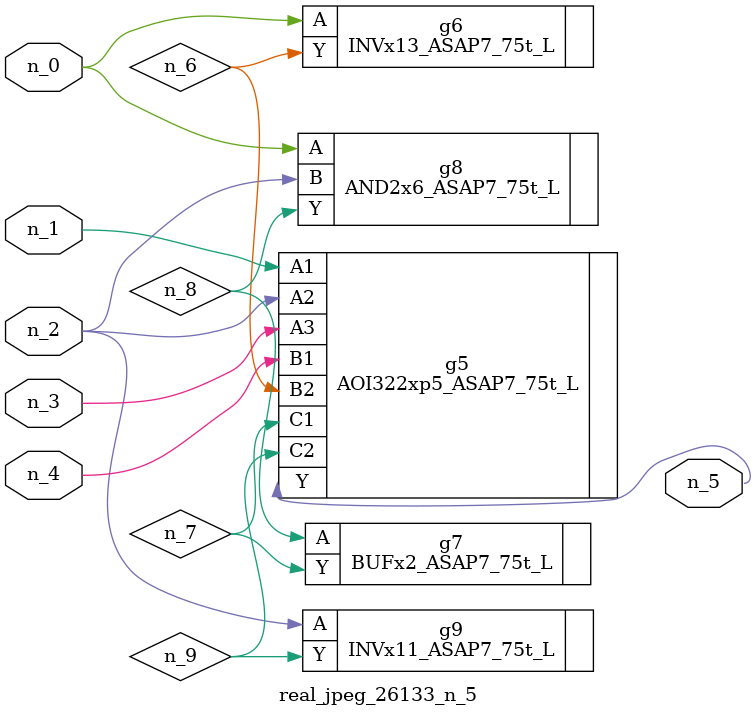
<source format=v>
module real_jpeg_26133_n_5 (n_4, n_0, n_1, n_2, n_3, n_5);

input n_4;
input n_0;
input n_1;
input n_2;
input n_3;

output n_5;

wire n_8;
wire n_6;
wire n_7;
wire n_9;

INVx13_ASAP7_75t_L g6 ( 
.A(n_0),
.Y(n_6)
);

AND2x6_ASAP7_75t_L g8 ( 
.A(n_0),
.B(n_2),
.Y(n_8)
);

AOI322xp5_ASAP7_75t_L g5 ( 
.A1(n_1),
.A2(n_2),
.A3(n_3),
.B1(n_4),
.B2(n_6),
.C1(n_7),
.C2(n_9),
.Y(n_5)
);

INVx11_ASAP7_75t_L g9 ( 
.A(n_2),
.Y(n_9)
);

BUFx2_ASAP7_75t_L g7 ( 
.A(n_8),
.Y(n_7)
);


endmodule
</source>
